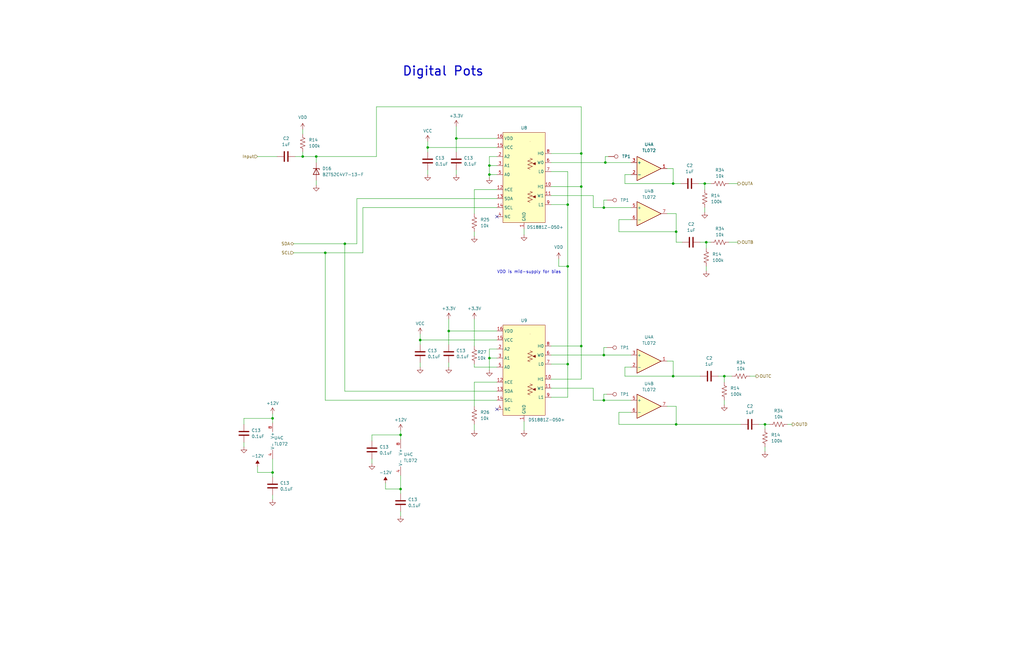
<source format=kicad_sch>
(kicad_sch (version 20230121) (generator eeschema)
  (paper "B")
  (title_block (title "Quadrophonic Joystick Mixer") (date "2024-04-22") (rev "P1"))
  (lib_symbols
    (symbol "Amplifier_Operational:OPA1692xD" (pin_names (offset 0.127))
      (property "Reference" "U" (at 2.54 6.35 0))
      (property "Value" "OPA1692xD" (at 2.54 3.81 0))
      (symbol "OPA1692xD_1_1"
        (polyline (pts (xy 5.08 0) (xy -5.08 5.08) (xy -5.08 -5.08) (xy 5.08 0)) (stroke (width 0.254)) (fill (type background)))
        (pin output line (at 7.62 0 180) (length 2.54) (name "~") (number "1"))
        (pin input line (at -7.62 -2.54 0) (length 2.54) (name "-") (number "2"))
        (pin input line (at -7.62 2.54 0) (length 2.54) (name "+") (number "3"))
      )
      (symbol "OPA1692xD_2_1"
        (polyline (pts (xy 5.08 0) (xy -5.08 5.08) (xy -5.08 -5.08) (xy 5.08 0)) (stroke (width 0.254)) (fill (type background)))
        (pin input line (at -7.62 2.54 0) (length 2.54) (name "+") (number "5"))
        (pin input line (at -7.62 -2.54 0) (length 2.54) (name "-") (number "6"))
        (pin output line (at 7.62 0 180) (length 2.54) (name "~") (number "7"))
      )
      (symbol "OPA1692xD_3_1"
        (pin power_in line (at 0 -7.62 90) (length 3.81) (name "V-") (number "4"))
        (pin power_in line (at 0 7.62 270) (length 3.81) (name "V+") (number "8"))
      )
    )
    (symbol "Connector:TestPoint" (pin_numbers hide) (pin_names (offset 0.762) hide)
      (property "Reference" "TP" (at 0 6.858 0))
      (property "Value" "TestPoint" (at 0 5.08 0))
      (symbol "TestPoint_0_1"
        (circle (center 0 3.302) (radius 0.762))
      )
      (symbol "TestPoint_1_1"
        (pin passive line (at 0 0 90) (length 2.54) (name "1") (number "1"))
      )
    )
    (symbol "Device:C" (pin_numbers hide) (pin_names (offset 0.254))
      (property "Reference" "C" (at 0.635 2.54 0))
      (property "Value" "C" (at 0.635 -2.54 0))
      (symbol "C_0_1"
        (polyline (pts (xy -2.032 -0.762) (xy 2.032 -0.762)) (stroke (width 0.508)))
        (polyline (pts (xy -2.032 0.762) (xy 2.032 0.762)) (stroke (width 0.508)))
      )
      (symbol "C_1_1"
        (pin passive line (at 0 3.81 270) (length 2.794) (name "~") (number "1"))
        (pin passive line (at 0 -3.81 90) (length 2.794) (name "~") (number "2"))
      )
    )
    (symbol "Device:D_Zener" (pin_numbers hide) (pin_names (offset 1.016) hide)
      (property "Reference" "D" (at 0 2.54 0))
      (property "Value" "D_Zener" (at 0 -2.54 0))
      (symbol "D_Zener_0_1"
        (polyline (pts (xy 1.27 0) (xy -1.27 0)))
        (polyline (pts (xy -1.27 -1.27) (xy -1.27 1.27) (xy -0.762 1.27)) (stroke (width 0.254)))
        (polyline (pts (xy 1.27 -1.27) (xy 1.27 1.27) (xy -1.27 0) (xy 1.27 -1.27)) (stroke (width 0.254)))
      )
      (symbol "D_Zener_1_1"
        (pin passive line (at -3.81 0 0) (length 2.54) (name "K") (number "1"))
        (pin passive line (at 3.81 0 180) (length 2.54) (name "A") (number "2"))
      )
    )
    (symbol "Device:R_US" (pin_numbers hide) (pin_names (offset 0))
      (property "Reference" "R" (at 2.54 0 90))
      (property "Value" "R_US" (at -2.54 0 90))
      (symbol "R_US_0_1"
        (polyline (pts (xy 0 -2.286) (xy 0 -2.54)))
        (polyline (pts (xy 0 2.286) (xy 0 2.54)))
        (polyline (pts (xy 0 -0.762) (xy 1.016 -1.143) (xy 0 -1.524) (xy -1.016 -1.905) (xy 0 -2.286)))
        (polyline (pts (xy 0 0.762) (xy 1.016 0.381) (xy 0 0) (xy -1.016 -0.381) (xy 0 -0.762)))
        (polyline (pts (xy 0 2.286) (xy 1.016 1.905) (xy 0 1.524) (xy -1.016 1.143) (xy 0 0.762)))
      )
      (symbol "R_US_1_1"
        (pin passive line (at 0 3.81 270) (length 1.27) (name "~") (number "1"))
        (pin passive line (at 0 -3.81 90) (length 1.27) (name "~") (number "2"))
      )
    )
    (symbol "Eyewool ICs:DS1881Z-050+"
      (property "Reference" "U" (at 0 11.43 0))
      (symbol "DS1881Z-050+_0_1"
        (polyline (pts (xy 3.683 -13.208) (xy 4.826 -12.7) (xy 4.826 -13.716) (xy 3.683 -13.208)) (fill (type outline)))
        (polyline (pts (xy 3.683 0.762) (xy 4.826 1.27) (xy 4.826 0.254) (xy 3.683 0.762)) (fill (type outline)))
        (polyline (pts (xy 2.54 -13.97) (xy 3.556 -14.351) (xy 2.54 -14.732) (xy 1.524 -15.113) (xy 2.54 -15.494)))
        (polyline (pts (xy 2.54 -12.446) (xy 3.556 -12.827) (xy 2.54 -13.208) (xy 1.524 -13.589) (xy 2.54 -13.97)))
        (polyline (pts (xy 2.54 -10.922) (xy 3.556 -11.303) (xy 2.54 -11.684) (xy 1.524 -12.065) (xy 2.54 -12.446)))
        (polyline (pts (xy 2.54 0) (xy 3.556 -0.381) (xy 2.54 -0.762) (xy 1.524 -1.143) (xy 2.54 -1.524)))
        (polyline (pts (xy 2.54 1.524) (xy 3.556 1.143) (xy 2.54 0.762) (xy 1.524 0.381) (xy 2.54 0)))
        (polyline (pts (xy 2.54 3.048) (xy 3.556 2.667) (xy 2.54 2.286) (xy 1.524 1.905) (xy 2.54 1.524)))
        (rectangle (start 2.54 10.16) (end 2.54 10.16))
      )
      (symbol "DS1881Z-050+_1_1"
        (rectangle (start -8.89 13.97) (end 8.89 -24.13) (fill (type background)))
        (pin power_in line (at 0 -26.67 90) (length 2.54) (name "GND") (number "1"))
        (pin bidirectional line (at 11.43 -8.89 180) (length 2.54) (name "H1") (number "10"))
        (pin bidirectional line (at 11.43 -12.7 180) (length 2.54) (name "W1") (number "11"))
        (pin input line (at -11.43 -10.16 0) (length 2.54) (name "nCE") (number "12"))
        (pin bidirectional line (at -11.43 -13.97 0) (length 2.54) (name "SDA") (number "13"))
        (pin input line (at -11.43 -17.78 0) (length 2.54) (name "SCL") (number "14"))
        (pin power_in line (at -11.43 7.62 0) (length 2.54) (name "VCC") (number "15"))
        (pin power_in line (at -11.43 11.43 0) (length 2.54) (name "VDD") (number "16"))
        (pin input line (at -11.43 3.81 0) (length 2.54) (name "A2") (number "2"))
        (pin input line (at -11.43 0 0) (length 2.54) (name "A1") (number "3"))
        (pin input line (at -11.43 -21.59 0) (length 2.54) (name "NC") (number "4"))
        (pin input line (at -11.43 -3.81 0) (length 2.54) (name "A0") (number "5"))
        (pin bidirectional line (at 11.43 1.27 180) (length 2.54) (name "W0") (number "6"))
        (pin bidirectional line (at 11.43 -2.54 180) (length 2.54) (name "L0") (number "7"))
        (pin bidirectional line (at 11.43 5.08 180) (length 2.54) (name "H0") (number "8"))
        (pin bidirectional line (at 11.43 -16.51 180) (length 2.54) (name "L1") (number "9"))
      )
    )
    (symbol "power:+12V" (power) (pin_names (offset 0))
      (property "Value" "+12V" (at 0 3.556 0))
      (symbol "+12V_0_1"
        (polyline (pts (xy -0.762 1.27) (xy 0 2.54)))
        (polyline (pts (xy 0 0) (xy 0 2.54)))
        (polyline (pts (xy 0 2.54) (xy 0.762 1.27)))
      )
      (symbol "+12V_1_1"
        (pin power_in line (at 0 0 90) (length 0) hide (name "+12V") (number "1"))
      )
    )
    (symbol "power:+3.3V" (power) (pin_names (offset 0))
      (property "Value" "+3.3V" (at 0 3.556 0))
      (symbol "+3.3V_0_1"
        (polyline (pts (xy -0.762 1.27) (xy 0 2.54)))
        (polyline (pts (xy 0 0) (xy 0 2.54)))
        (polyline (pts (xy 0 2.54) (xy 0.762 1.27)))
      )
      (symbol "+3.3V_1_1"
        (pin power_in line (at 0 0 90) (length 0) hide (name "+3.3V") (number "1"))
      )
    )
    (symbol "power:-12V" (power) (pin_names (offset 0))
      (property "Value" "-12V" (at 0 3.81 0))
      (symbol "-12V_0_0"
        (pin power_in line (at 0 0 90) (length 0) hide (name "-12V") (number "1"))
      )
      (symbol "-12V_0_1"
        (polyline (pts (xy 0 0) (xy 0 1.27) (xy 0.762 1.27) (xy 0 2.54) (xy -0.762 1.27) (xy 0 1.27)) (fill (type outline)))
      )
    )
    (symbol "power:GND" (power) (pin_names (offset 0))
      (property "Value" "GND" (at 0 -3.81 0))
      (symbol "GND_0_1"
        (polyline (pts (xy 0 0) (xy 0 -1.27) (xy 1.27 -1.27) (xy 0 -2.54) (xy -1.27 -1.27) (xy 0 -1.27)))
      )
      (symbol "GND_1_1"
        (pin power_in line (at 0 0 270) (length 0) hide (name "GND") (number "1"))
      )
    )
    (symbol "power:VCC" (power) (pin_names (offset 0))
      (property "Value" "VCC" (at 0 3.81 0))
      (symbol "VCC_0_1"
        (polyline (pts (xy -0.762 1.27) (xy 0 2.54)))
        (polyline (pts (xy 0 0) (xy 0 2.54)))
        (polyline (pts (xy 0 2.54) (xy 0.762 1.27)))
      )
      (symbol "VCC_1_1"
        (pin power_in line (at 0 0 90) (length 0) hide (name "VCC") (number "1"))
      )
    )
    (symbol "power:VDD" (power) (pin_names (offset 0))
      (property "Value" "VDD" (at 0 3.81 0))
      (symbol "VDD_0_1"
        (polyline (pts (xy -0.762 1.27) (xy 0 2.54)))
        (polyline (pts (xy 0 0) (xy 0 2.54)))
        (polyline (pts (xy 0 2.54) (xy 0.762 1.27)))
      )
      (symbol "VDD_1_1"
        (pin power_in line (at 0 0 90) (length 0) hide (name "VDD") (number "1"))
      )
    )
  )
  (junction (at 206.375 151.13))
  (junction (at 255.27 68.58))
  (junction (at 137.16 106.68))
  (junction (at 297.18 77.47))
  (junction (at 145.415 102.87))
  (junction (at 114.935 176.53))
  (junction (at 239.395 86.36))
  (junction (at 245.11 64.77))
  (junction (at 177.165 143.51))
  (junction (at 206.375 69.85))
  (junction (at 283.845 158.75))
  (junction (at 206.375 73.66))
  (junction (at 239.395 112.395))
  (junction (at 189.23 139.7))
  (junction (at 254.635 87.63))
  (junction (at 285.115 179.07))
  (junction (at 305.435 158.75))
  (junction (at 254.635 149.86))
  (junction (at 245.11 146.05))
  (junction (at 254.635 168.91))
  (junction (at 285.115 97.79))
  (junction (at 133.35 66.04))
  (junction (at 322.58 179.07))
  (junction (at 283.845 77.47))
  (junction (at 168.91 183.515))
  (junction (at 192.405 58.42))
  (junction (at 114.935 199.39))
  (junction (at 127.635 66.04))
  (junction (at 180.34 62.23))
  (junction (at 245.11 78.74))
  (junction (at 297.815 102.235))
  (junction (at 168.91 206.375))
  (junction (at 239.395 153.67))
  (no_connect (at 209.55 172.72))
  (no_connect (at 209.55 91.44))
  (wire (pts (xy 209.55 147.32) (xy 206.375 147.32)))
  (wire (pts (xy 123.825 106.68) (xy 137.16 106.68)))
  (wire (pts (xy 209.55 62.23) (xy 180.34 62.23)))
  (wire (pts (xy 200.025 161.29) (xy 200.025 171.45)))
  (wire (pts (xy 108.585 66.04) (xy 116.84 66.04)))
  (wire (pts (xy 177.165 153.035) (xy 177.165 154.94)))
  (wire (pts (xy 127.635 54.61) (xy 127.635 56.515)))
  (wire (pts (xy 285.115 90.17) (xy 281.305 90.17)))
  (wire (pts (xy 206.375 66.04) (xy 206.375 69.85)))
  (wire (pts (xy 232.41 78.74) (xy 245.11 78.74)))
  (wire (pts (xy 235.585 109.22) (xy 235.585 112.395)))
  (wire (pts (xy 255.27 68.58) (xy 266.065 68.58)))
  (wire (pts (xy 200.025 80.01) (xy 200.025 90.17)))
  (wire (pts (xy 127.635 66.04) (xy 124.46 66.04)))
  (wire (pts (xy 108.585 199.39) (xy 108.585 196.85)))
  (wire (pts (xy 297.18 87.63) (xy 297.18 89.535)))
  (wire (pts (xy 145.415 165.1) (xy 209.55 165.1)))
  (wire (pts (xy 266.065 173.99) (xy 260.985 173.99)))
  (wire (pts (xy 239.395 72.39) (xy 239.395 86.36)))
  (wire (pts (xy 255.27 66.04) (xy 255.27 68.58)))
  (wire (pts (xy 283.845 158.75) (xy 295.275 158.75)))
  (wire (pts (xy 189.23 139.7) (xy 209.55 139.7)))
  (wire (pts (xy 245.11 45.085) (xy 245.11 64.77)))
  (wire (pts (xy 206.375 69.85) (xy 206.375 73.66)))
  (wire (pts (xy 255.905 84.455) (xy 254.635 84.455)))
  (wire (pts (xy 133.35 66.04) (xy 133.35 68.58)))
  (wire (pts (xy 285.115 179.07) (xy 312.42 179.07)))
  (wire (pts (xy 307.34 102.235) (xy 311.15 102.235)))
  (wire (pts (xy 295.275 102.235) (xy 297.815 102.235)))
  (wire (pts (xy 189.23 139.7) (xy 189.23 134.62)))
  (wire (pts (xy 255.905 166.37) (xy 254.635 166.37)))
  (wire (pts (xy 297.815 102.235) (xy 297.815 104.775)))
  (wire (pts (xy 123.825 102.87) (xy 145.415 102.87)))
  (wire (pts (xy 200.025 134.62) (xy 200.025 146.05)))
  (wire (pts (xy 192.405 58.42) (xy 192.405 53.34)))
  (wire (pts (xy 114.935 174.625) (xy 114.935 176.53)))
  (wire (pts (xy 232.41 163.83) (xy 250.19 163.83)))
  (wire (pts (xy 263.525 158.75) (xy 283.845 158.75)))
  (wire (pts (xy 263.525 154.94) (xy 263.525 158.75)))
  (wire (pts (xy 127.635 66.04) (xy 133.35 66.04)))
  (wire (pts (xy 239.395 153.67) (xy 239.395 167.64)))
  (wire (pts (xy 283.845 158.75) (xy 283.845 152.4)))
  (wire (pts (xy 266.065 92.71) (xy 260.985 92.71)))
  (wire (pts (xy 177.165 143.51) (xy 177.165 145.415)))
  (wire (pts (xy 127.635 64.135) (xy 127.635 66.04)))
  (wire (pts (xy 209.55 69.85) (xy 206.375 69.85)))
  (wire (pts (xy 189.23 139.7) (xy 189.23 145.415)))
  (wire (pts (xy 232.41 64.77) (xy 245.11 64.77)))
  (wire (pts (xy 158.75 66.04) (xy 158.75 45.085)))
  (wire (pts (xy 283.845 77.47) (xy 287.02 77.47)))
  (wire (pts (xy 322.58 179.07) (xy 324.485 179.07)))
  (wire (pts (xy 305.435 168.91) (xy 305.435 170.815)))
  (wire (pts (xy 232.41 160.02) (xy 245.11 160.02)))
  (wire (pts (xy 150.495 83.82) (xy 209.55 83.82)))
  (wire (pts (xy 177.165 143.51) (xy 209.55 143.51)))
  (wire (pts (xy 168.91 200.66) (xy 168.91 206.375)))
  (wire (pts (xy 192.405 58.42) (xy 192.405 64.135)))
  (wire (pts (xy 220.98 177.8) (xy 220.98 181.61)))
  (wire (pts (xy 305.435 158.75) (xy 305.435 161.29)))
  (wire (pts (xy 232.41 82.55) (xy 250.19 82.55)))
  (wire (pts (xy 162.56 206.375) (xy 162.56 203.835)))
  (wire (pts (xy 200.025 179.07) (xy 200.025 181.61)))
  (wire (pts (xy 168.91 215.9) (xy 168.91 217.805)))
  (wire (pts (xy 232.41 86.36) (xy 239.395 86.36)))
  (wire (pts (xy 232.41 167.64) (xy 239.395 167.64)))
  (wire (pts (xy 250.19 163.83) (xy 250.19 168.91)))
  (wire (pts (xy 250.19 87.63) (xy 254.635 87.63)))
  (wire (pts (xy 254.635 166.37) (xy 254.635 168.91)))
  (wire (pts (xy 168.91 206.375) (xy 162.56 206.375)))
  (wire (pts (xy 235.585 112.395) (xy 239.395 112.395)))
  (wire (pts (xy 156.845 186.055) (xy 156.845 183.515)))
  (wire (pts (xy 168.91 183.515) (xy 168.91 185.42)))
  (wire (pts (xy 254.635 146.685) (xy 254.635 149.86)))
  (wire (pts (xy 245.11 146.05) (xy 245.11 160.02)))
  (wire (pts (xy 297.18 77.47) (xy 299.72 77.47)))
  (wire (pts (xy 180.34 71.755) (xy 180.34 73.66)))
  (wire (pts (xy 263.525 77.47) (xy 283.845 77.47)))
  (wire (pts (xy 245.11 64.77) (xy 245.11 78.74)))
  (wire (pts (xy 297.815 102.235) (xy 299.72 102.235)))
  (wire (pts (xy 285.115 179.07) (xy 285.115 171.45)))
  (wire (pts (xy 294.64 77.47) (xy 297.18 77.47)))
  (wire (pts (xy 250.19 82.55) (xy 250.19 87.63)))
  (wire (pts (xy 283.845 152.4) (xy 281.305 152.4)))
  (wire (pts (xy 192.405 71.755) (xy 192.405 73.66)))
  (wire (pts (xy 209.55 80.01) (xy 200.025 80.01)))
  (wire (pts (xy 200.025 154.94) (xy 209.55 154.94)))
  (wire (pts (xy 189.23 153.035) (xy 189.23 154.94)))
  (wire (pts (xy 102.87 176.53) (xy 114.935 176.53)))
  (wire (pts (xy 137.16 106.68) (xy 153.035 106.68)))
  (wire (pts (xy 245.11 78.74) (xy 245.11 146.05)))
  (wire (pts (xy 114.935 176.53) (xy 114.935 178.435)))
  (wire (pts (xy 145.415 102.87) (xy 150.495 102.87)))
  (wire (pts (xy 114.935 193.675) (xy 114.935 199.39)))
  (wire (pts (xy 200.025 153.67) (xy 200.025 154.94)))
  (wire (pts (xy 209.55 161.29) (xy 200.025 161.29)))
  (wire (pts (xy 320.04 179.07) (xy 322.58 179.07)))
  (wire (pts (xy 285.115 102.235) (xy 285.115 97.79)))
  (wire (pts (xy 287.655 102.235) (xy 285.115 102.235)))
  (wire (pts (xy 209.55 66.04) (xy 206.375 66.04)))
  (wire (pts (xy 254.635 149.86) (xy 266.065 149.86)))
  (wire (pts (xy 133.35 76.2) (xy 133.35 78.105)))
  (wire (pts (xy 239.395 86.36) (xy 239.395 112.395)))
  (wire (pts (xy 322.58 179.07) (xy 322.58 180.975)))
  (wire (pts (xy 232.41 146.05) (xy 245.11 146.05)))
  (wire (pts (xy 153.035 106.68) (xy 153.035 87.63)))
  (wire (pts (xy 168.91 181.61) (xy 168.91 183.515)))
  (wire (pts (xy 206.375 147.32) (xy 206.375 151.13)))
  (wire (pts (xy 209.55 58.42) (xy 192.405 58.42)))
  (wire (pts (xy 209.55 151.13) (xy 206.375 151.13)))
  (wire (pts (xy 297.815 112.395) (xy 297.815 114.3)))
  (wire (pts (xy 114.935 199.39) (xy 108.585 199.39)))
  (wire (pts (xy 232.41 149.86) (xy 254.635 149.86)))
  (wire (pts (xy 209.55 73.66) (xy 206.375 73.66)))
  (wire (pts (xy 220.98 96.52) (xy 220.98 99.06)))
  (wire (pts (xy 232.41 68.58) (xy 255.27 68.58)))
  (wire (pts (xy 332.105 179.07) (xy 334.01 179.07)))
  (wire (pts (xy 156.845 183.515) (xy 168.91 183.515)))
  (wire (pts (xy 285.115 97.79) (xy 285.115 90.17)))
  (wire (pts (xy 285.115 171.45) (xy 281.305 171.45)))
  (wire (pts (xy 256.54 66.04) (xy 255.27 66.04)))
  (wire (pts (xy 316.23 158.75) (xy 318.77 158.75)))
  (wire (pts (xy 250.19 168.91) (xy 254.635 168.91)))
  (wire (pts (xy 260.985 179.07) (xy 285.115 179.07)))
  (wire (pts (xy 180.34 62.23) (xy 180.34 59.69)))
  (wire (pts (xy 260.985 92.71) (xy 260.985 97.79)))
  (wire (pts (xy 283.845 77.47) (xy 283.845 71.12)))
  (wire (pts (xy 254.635 87.63) (xy 266.065 87.63)))
  (wire (pts (xy 232.41 153.67) (xy 239.395 153.67)))
  (wire (pts (xy 156.845 193.675) (xy 156.845 195.58)))
  (wire (pts (xy 263.525 73.66) (xy 266.065 73.66)))
  (wire (pts (xy 260.985 173.99) (xy 260.985 179.07)))
  (wire (pts (xy 283.845 71.12) (xy 281.305 71.12)))
  (wire (pts (xy 206.375 73.66) (xy 206.375 74.93)))
  (wire (pts (xy 180.34 62.23) (xy 180.34 64.135)))
  (wire (pts (xy 177.165 143.51) (xy 177.165 140.97)))
  (wire (pts (xy 255.905 146.685) (xy 254.635 146.685)))
  (wire (pts (xy 263.525 154.94) (xy 266.065 154.94)))
  (wire (pts (xy 168.91 206.375) (xy 168.91 208.28)))
  (wire (pts (xy 263.525 73.66) (xy 263.525 77.47)))
  (wire (pts (xy 114.935 208.915) (xy 114.935 210.82)))
  (wire (pts (xy 239.395 112.395) (xy 239.395 153.67)))
  (wire (pts (xy 158.75 45.085) (xy 245.11 45.085)))
  (wire (pts (xy 133.35 66.04) (xy 158.75 66.04)))
  (wire (pts (xy 254.635 168.91) (xy 266.065 168.91)))
  (wire (pts (xy 302.895 158.75) (xy 305.435 158.75)))
  (wire (pts (xy 206.375 151.13) (xy 206.375 156.21)))
  (wire (pts (xy 260.985 97.79) (xy 285.115 97.79)))
  (wire (pts (xy 200.025 97.79) (xy 200.025 99.695)))
  (wire (pts (xy 153.035 87.63) (xy 209.55 87.63)))
  (wire (pts (xy 137.16 168.91) (xy 209.55 168.91)))
  (wire (pts (xy 297.18 77.47) (xy 297.18 80.01)))
  (wire (pts (xy 322.58 188.595) (xy 322.58 190.5)))
  (wire (pts (xy 114.935 199.39) (xy 114.935 201.295)))
  (wire (pts (xy 102.87 179.07) (xy 102.87 176.53)))
  (wire (pts (xy 305.435 158.75) (xy 308.61 158.75)))
  (wire (pts (xy 102.87 186.69) (xy 102.87 188.595)))
  (wire (pts (xy 307.34 77.47) (xy 311.15 77.47)))
  (wire (pts (xy 254.635 84.455) (xy 254.635 87.63)))
  (wire (pts (xy 137.16 168.91) (xy 137.16 106.68)))
  (wire (pts (xy 150.495 102.87) (xy 150.495 83.82)))
  (wire (pts (xy 145.415 165.1) (xy 145.415 102.87)))
  (wire (pts (xy 232.41 72.39) (xy 239.395 72.39)))
  (text "VDD is mid-supply for bias" (at 209.55 115.57 0) (effects (font (size 1.27 1.27)) (justify left bottom)))
  (text "Digital Pots" (at 169.545 32.385 0) (effects (font (size 3.81 3.81) (thickness 0.508) bold) (justify left bottom)))
  (hierarchical_label "OUTC" (shape output) (at 318.77 158.75 0))
  (hierarchical_label "SDA" (shape bidirectional) (at 123.825 102.87 180))
  (hierarchical_label "OUTA" (shape output) (at 311.15 77.47 0))
  (hierarchical_label "OUTD" (shape output) (at 334.01 179.07 0))
  (hierarchical_label "SCL" (shape input) (at 123.825 106.68 180))
  (hierarchical_label "Input" (shape input) (at 108.585 66.04 180))
  (hierarchical_label "OUTB" (shape output) (at 311.15 102.235 0))
  (symbol (lib_id "Eyewool ICs:DS1881Z-050+") (at 220.98 69.85 0) (unit 1)
    (property "Reference" "U8" (at 220.98 53.975 0))
    (property "Value" "DS1881Z-050+" (at 229.87 95.885 0))
    (property "Footprint" "Package_SO:SOIC-16_3.9x9.9mm_P1.27mm" (effects hide))
    (property "Datasheet" "https://www.analog.com/media/en/technical-documentation/data-sheets/ds1881.pdf" (effects hide))
    (property "DK PN" "DS1881Z-050+-ND" (effects hide))
    (property "MPN" "DS1881Z-050+" (effects hide))
    (property "Source" "DK" (effects hide))
    (instances (project "Quad Joystick Mixer" (path "" (reference "U8") (unit 1)) (path "" (reference "U13") (unit 1))))
  )
  (symbol (lib_id "Device:C") (at 102.87 182.88 0) (unit 1)
    (property "Reference" "C13" (at 106.045 181.61 0) (effects (justify left)))
    (property "Value" "0.1uF" (at 106.045 184.15 0) (effects (justify left)))
    (property "Footprint" "Capacitor_SMD:C_0805_2012Metric_Pad1.18x1.45mm_HandSolder" (effects hide))
    (property "DK PN" "1276-1003-1-ND" (effects hide))
    (property "MPN" "CL21B104KBCNNNC" (effects hide))
    (property "Source" "DK" (effects hide))
    (instances (project "Quad Joystick Mixer" (path "" (reference "C13") (unit 1)) (path "" (reference "C11") (unit 1)) (path "" (reference "C31") (unit 1)) (path "" (reference "C8") (unit 1)) (path "" (reference "C67") (unit 1))))
  )
  (symbol (lib_id "power:GND") (at 200.025 99.695 0) (unit 1)
    (property "Reference" "#PWR047" (effects hide))
    (property "Value" "GND" (effects hide))
    (instances (project "Quad Joystick Mixer" (path "" (reference "#PWR047") (unit 1)) (path "" (reference "#PWR0107") (unit 1)) (path "" (reference "#PWR0111") (unit 1))))
  )
  (symbol (lib_id "Device:C") (at 192.405 67.945 0) (unit 1)
    (property "Reference" "C13" (at 195.58 66.675 0) (effects (justify left)))
    (property "Value" "0.1uF" (at 195.58 69.215 0) (effects (justify left)))
    (property "Footprint" "Capacitor_SMD:C_0805_2012Metric_Pad1.18x1.45mm_HandSolder" (effects hide))
    (property "DK PN" "1276-1003-1-ND" (effects hide))
    (property "MPN" "CL21B104KBCNNNC" (effects hide))
    (property "Source" "DK" (effects hide))
    (instances (project "Quad Joystick Mixer" (path "" (reference "C13") (unit 1)) (path "" (reference "C11") (unit 1)) (path "" (reference "C30") (unit 1)) (path "" (reference "C38") (unit 1)) (path "" (reference "C57") (unit 1))))
  )
  (symbol (lib_id "Connector:TestPoint") (at 255.905 146.685 270) (unit 1)
    (property "Reference" "TP1" (at 261.62 146.685 90) (effects (justify left)))
    (property "Value" "TestPoint" (effects hide))
    (property "Footprint" "TestPoint:TestPoint_THTPad_D1.5mm_Drill0.7mm" (effects hide))
    (property "Source" "NA" (effects hide))
    (instances (project "Quad Joystick Mixer" (path "" (reference "TP1") (unit 1)) (path "" (reference "TP12") (unit 1)) (path "" (reference "TP13") (unit 1))))
  )
  (symbol (lib_id "Amplifier_Operational:OPA1692xD") (at 273.685 90.17 0) (unit 2)
    (property "Reference" "U4" (at 273.685 80.645 0))
    (property "Value" "TL072" (at 273.685 83.185 0))
    (property "Footprint" "Package_SO:SOIC-8_3.9x4.9mm_P1.27mm" (effects hide))
    (property "Datasheet" "https://www.ti.com/lit/ds/symlink/opa1692.pdf" (effects hide))
    (property "Source" "DK" (effects hide))
    (property "DK PN" "296-TL072HIDRCT-ND" (effects hide))
    (property "MPN" "TL072HIDR" (effects hide))
    (instances (project "Quad Joystick Mixer" (path "" (reference "U4") (unit 2)) (path "" (reference "U6") (unit 2)) (path "" (reference "U14") (unit 2))))
  )
  (symbol (lib_id "power:+12V") (at 168.91 181.61 0) (unit 1)
    (property "Reference" "#PWR040" (effects hide))
    (property "Value" "+12V" (at 168.91 177.165 0))
    (instances (project "Quad Joystick Mixer" (path "" (reference "#PWR040") (unit 1)) (path "" (reference "#PWR015") (unit 1)) (path "" (reference "#PWR044") (unit 1)) (path "" (reference "#PWR076") (unit 1)) (path "" (reference "#PWR0129") (unit 1))))
  )
  (symbol (lib_id "Device:C") (at 177.165 149.225 0) (unit 1)
    (property "Reference" "C13" (at 180.34 147.955 0) (effects (justify left)))
    (property "Value" "0.1uF" (at 180.34 150.495 0) (effects (justify left)))
    (property "Footprint" "Capacitor_SMD:C_0805_2012Metric_Pad1.18x1.45mm_HandSolder" (effects hide))
    (property "DK PN" "1276-1003-1-ND" (effects hide))
    (property "MPN" "CL21B104KBCNNNC" (effects hide))
    (property "Source" "DK" (effects hide))
    (instances (project "Quad Joystick Mixer" (path "" (reference "C13") (unit 1)) (path "" (reference "C11") (unit 1)) (path "" (reference "C30") (unit 1)) (path "" (reference "C39") (unit 1)) (path "" (reference "C62") (unit 1))))
  )
  (symbol (lib_id "power:VCC") (at 177.165 140.97 0) (unit 1)
    (property "Reference" "#PWR070" (effects hide))
    (property "Value" "VCC" (at 177.165 136.525 0))
    (instances (project "Quad Joystick Mixer" (path "" (reference "#PWR070") (unit 1)) (path "" (reference "#PWR0120") (unit 1))))
  )
  (symbol (lib_id "Device:C") (at 299.085 158.75 90) (unit 1)
    (property "Reference" "C2" (at 299.085 151.13 90))
    (property "Value" "1uF" (at 299.085 153.67 90))
    (property "Footprint" "Capacitor_SMD:C_0805_2012Metric_Pad1.18x1.45mm_HandSolder" (effects hide))
    (property "V" "50V" (effects hide))
    (property "DK PN" "1276-1029-1-ND" (effects hide))
    (property "MPN" "CL21B105KBFNNNE" (effects hide))
    (property "Source" "DK" (effects hide))
    (instances (project "Quad Joystick Mixer" (path "" (reference "C2") (unit 1)) (path "" (reference "C15") (unit 1)) (path "" (reference "C24") (unit 1)) (path "" (reference "C47") (unit 1)) (path "" (reference "C65") (unit 1))))
  )
  (symbol (lib_id "Device:R_US") (at 312.42 158.75 270) (unit 1)
    (property "Reference" "R34" (at 312.42 153.035 90))
    (property "Value" "10k" (at 312.42 155.575 90))
    (property "Footprint" "Resistor_SMD:R_0805_2012Metric_Pad1.20x1.40mm_HandSolder" (effects hide))
    (property "Source" "DK" (effects hide))
    (property "DK PN" "RMCF0805JT10K0CT-ND" (effects hide))
    (property "MPN" "RMCF0805JT10K0" (effects hide))
    (instances (project "Quad Joystick Mixer" (path "" (reference "R34") (unit 1)) (path "" (reference "R46") (unit 1)) (path "" (reference "R57") (unit 1))))
  )
  (symbol (lib_id "Device:C") (at 168.91 212.09 0) (unit 1)
    (property "Reference" "C13" (at 172.085 210.82 0) (effects (justify left)))
    (property "Value" "0.1uF" (at 172.085 213.36 0) (effects (justify left)))
    (property "Footprint" "Capacitor_SMD:C_0805_2012Metric_Pad1.18x1.45mm_HandSolder" (effects hide))
    (property "DK PN" "1276-1003-1-ND" (effects hide))
    (property "MPN" "CL21B104KBCNNNC" (effects hide))
    (property "Source" "DK" (effects hide))
    (instances (project "Quad Joystick Mixer" (path "" (reference "C13") (unit 1)) (path "" (reference "C11") (unit 1)) (path "" (reference "C30") (unit 1)) (path "" (reference "C42") (unit 1)) (path "" (reference "C70") (unit 1))))
  )
  (symbol (lib_id "Device:C") (at 180.34 67.945 0) (unit 1)
    (property "Reference" "C13" (at 183.515 66.675 0) (effects (justify left)))
    (property "Value" "0.1uF" (at 183.515 69.215 0) (effects (justify left)))
    (property "Footprint" "Capacitor_SMD:C_0805_2012Metric_Pad1.18x1.45mm_HandSolder" (effects hide))
    (property "DK PN" "1276-1003-1-ND" (effects hide))
    (property "MPN" "CL21B104KBCNNNC" (effects hide))
    (property "Source" "DK" (effects hide))
    (instances (project "Quad Joystick Mixer" (path "" (reference "C13") (unit 1)) (path "" (reference "C11") (unit 1)) (path "" (reference "C30") (unit 1)) (path "" (reference "C35") (unit 1)) (path "" (reference "C56") (unit 1))))
  )
  (symbol (lib_id "Connector:TestPoint") (at 256.54 66.04 270) (unit 1)
    (property "Reference" "TP1" (at 262.255 66.04 90) (effects (justify left)))
    (property "Value" "TestPoint" (effects hide))
    (property "Footprint" "TestPoint:TestPoint_THTPad_D1.5mm_Drill0.7mm" (effects hide))
    (property "Source" "NA" (effects hide))
    (instances (project "Quad Joystick Mixer" (path "" (reference "TP1") (unit 1)) (path "" (reference "TP8") (unit 1)) (path "" (reference "TP9") (unit 1))))
  )
  (symbol (lib_id "power:GND") (at 220.98 99.06 0) (unit 1)
    (property "Reference" "#PWR047" (effects hide))
    (property "Value" "GND" (effects hide))
    (instances (project "Quad Joystick Mixer" (path "" (reference "#PWR047") (unit 1)) (path "" (reference "#PWR058") (unit 1)) (path "" (reference "#PWR0110") (unit 1))))
  )
  (symbol (lib_id "power:+12V") (at 114.935 174.625 0) (unit 1)
    (property "Reference" "#PWR040" (effects hide))
    (property "Value" "+12V" (at 114.935 170.18 0))
    (instances (project "Quad Joystick Mixer" (path "" (reference "#PWR040") (unit 1)) (path "" (reference "#PWR015") (unit 1)) (path "" (reference "#PWR044") (unit 1)) (path "" (reference "#PWR029") (unit 1)) (path "" (reference "#PWR0127") (unit 1))))
  )
  (symbol (lib_id "power:GND") (at 180.34 73.66 0) (unit 1)
    (property "Reference" "#PWR047" (effects hide))
    (property "Value" "GND" (effects hide))
    (instances (project "Quad Joystick Mixer" (path "" (reference "#PWR047") (unit 1)) (path "" (reference "#PWR060") (unit 1)) (path "" (reference "#PWR0105") (unit 1))))
  )
  (symbol (lib_id "Device:R_US") (at 305.435 165.1 0) (unit 1)
    (property "Reference" "R14" (at 307.975 163.83 0) (effects (justify left)))
    (property "Value" "100k" (at 307.975 166.37 0) (effects (justify left)))
    (property "Footprint" "Resistor_SMD:R_0805_2012Metric_Pad1.20x1.40mm_HandSolder" (effects hide))
    (property "Source" "DK" (effects hide))
    (property "DK PN" "RMCF0805FT100KCT-ND" (effects hide))
    (property "MPN" "RMCF0805FT100K" (effects hide))
    (instances (project "Quad Joystick Mixer" (path "" (reference "R14") (unit 1)) (path "" (reference "R30") (unit 1)) (path "" (reference "R58") (unit 1))))
  )
  (symbol (lib_id "power:+3.3V") (at 192.405 53.34 0) (unit 1)
    (property "Reference" "#PWR065" (effects hide))
    (property "Value" "+3.3V" (at 192.405 48.895 0))
    (instances (project "Quad Joystick Mixer" (path "" (reference "#PWR065") (unit 1)) (path "" (reference "#PWR0102") (unit 1))))
  )
  (symbol (lib_id "power:GND") (at 322.58 190.5 0) (unit 1)
    (property "Reference" "#PWR047" (effects hide))
    (property "Value" "GND" (effects hide))
    (instances (project "Quad Joystick Mixer" (path "" (reference "#PWR047") (unit 1)) (path "" (reference "#PWR089") (unit 1)) (path "" (reference "#PWR0132") (unit 1))))
  )
  (symbol (lib_id "power:GND") (at 200.025 181.61 0) (unit 1)
    (property "Reference" "#PWR047" (effects hide))
    (property "Value" "GND" (effects hide))
    (instances (project "Quad Joystick Mixer" (path "" (reference "#PWR047") (unit 1)) (path "" (reference "#PWR055") (unit 1)) (path "" (reference "#PWR072") (unit 1))))
  )
  (symbol (lib_id "Device:R_US") (at 303.53 77.47 270) (unit 1)
    (property "Reference" "R34" (at 303.53 71.755 90))
    (property "Value" "10k" (at 303.53 74.295 90))
    (property "Footprint" "Resistor_SMD:R_0805_2012Metric_Pad1.20x1.40mm_HandSolder" (effects hide))
    (property "Source" "DK" (effects hide))
    (property "DK PN" "RMCF0805JT10K0CT-ND" (effects hide))
    (property "MPN" "RMCF0805JT10K0" (effects hide))
    (instances (project "Quad Joystick Mixer" (path "" (reference "R34") (unit 1)) (path "" (reference "R44") (unit 1)) (path "" (reference "R49") (unit 1))))
  )
  (symbol (lib_id "Device:R_US") (at 200.025 175.26 0) (unit 1)
    (property "Reference" "R26" (at 202.565 173.99 0) (effects (justify left)))
    (property "Value" "10k" (at 202.565 176.53 0) (effects (justify left)))
    (property "Footprint" "Resistor_SMD:R_0805_2012Metric_Pad1.20x1.40mm_HandSolder" (effects hide))
    (property "Source" "DK" (effects hide))
    (property "DK PN" "RMCF0805JT10K0CT-ND" (effects hide))
    (property "MPN" "RMCF0805JT10K0" (effects hide))
    (instances (project "Quad Joystick Mixer" (path "" (reference "R26") (unit 1)) (path "" (reference "R59") (unit 1))))
  )
  (symbol (lib_id "Device:R_US") (at 328.295 179.07 270) (unit 1)
    (property "Reference" "R34" (at 328.295 173.355 90))
    (property "Value" "10k" (at 328.295 175.895 90))
    (property "Footprint" "Resistor_SMD:R_0805_2012Metric_Pad1.20x1.40mm_HandSolder" (effects hide))
    (property "Source" "DK" (effects hide))
    (property "DK PN" "RMCF0805JT10K0CT-ND" (effects hide))
    (property "MPN" "RMCF0805JT10K0" (effects hide))
    (instances (project "Quad Joystick Mixer" (path "" (reference "R34") (unit 1)) (path "" (reference "R47") (unit 1)) (path "" (reference "R60") (unit 1))))
  )
  (symbol (lib_id "Device:R_US") (at 303.53 102.235 270) (unit 1)
    (property "Reference" "R34" (at 303.53 96.52 90))
    (property "Value" "10k" (at 303.53 99.06 90))
    (property "Footprint" "Resistor_SMD:R_0805_2012Metric_Pad1.20x1.40mm_HandSolder" (effects hide))
    (property "Source" "DK" (effects hide))
    (property "DK PN" "RMCF0805JT10K0CT-ND" (effects hide))
    (property "MPN" "RMCF0805JT10K0" (effects hide))
    (instances (project "Quad Joystick Mixer" (path "" (reference "R34") (unit 1)) (path "" (reference "R45") (unit 1)) (path "" (reference "R52") (unit 1))))
  )
  (symbol (lib_id "Device:C") (at 290.83 77.47 90) (unit 1)
    (property "Reference" "C2" (at 290.83 69.85 90))
    (property "Value" "1uF" (at 290.83 72.39 90))
    (property "Footprint" "Capacitor_SMD:C_0805_2012Metric_Pad1.18x1.45mm_HandSolder" (effects hide))
    (property "V" "50V" (effects hide))
    (property "DK PN" "1276-1029-1-ND" (effects hide))
    (property "MPN" "CL21B105KBFNNNE" (effects hide))
    (property "Source" "DK" (effects hide))
    (instances (project "Quad Joystick Mixer" (path "" (reference "C2") (unit 1)) (path "" (reference "C15") (unit 1)) (path "" (reference "C24") (unit 1)) (path "" (reference "C45") (unit 1)) (path "" (reference "C58") (unit 1))))
  )
  (symbol (lib_id "power:GND") (at 156.845 195.58 0) (unit 1)
    (property "Reference" "#PWR046" (effects hide))
    (property "Value" "GND" (effects hide))
    (instances (project "Quad Joystick Mixer" (path "" (reference "#PWR046") (unit 1)) (path "" (reference "#PWR077") (unit 1)) (path "" (reference "#PWR0133") (unit 1))))
  )
  (symbol (lib_id "power:GND") (at 102.87 188.595 0) (unit 1)
    (property "Reference" "#PWR046" (effects hide))
    (property "Value" "GND" (effects hide))
    (instances (project "Quad Joystick Mixer" (path "" (reference "#PWR046") (unit 1)) (path "" (reference "#PWR048") (unit 1)) (path "" (reference "#PWR0131") (unit 1))))
  )
  (symbol (lib_id "Connector:TestPoint") (at 255.905 84.455 270) (unit 1)
    (property "Reference" "TP1" (at 261.62 84.455 90) (effects (justify left)))
    (property "Value" "TestPoint" (effects hide))
    (property "Footprint" "TestPoint:TestPoint_THTPad_D1.5mm_Drill0.7mm" (effects hide))
    (property "Source" "NA" (effects hide))
    (instances (project "Quad Joystick Mixer" (path "" (reference "TP1") (unit 1)) (path "" (reference "TP10") (unit 1)) (path "" (reference "TP11") (unit 1))))
  )
  (symbol (lib_id "Amplifier_Operational:OPA1692xD") (at 168.91 193.04 0) (unit 3)
    (property "Reference" "U4" (at 170.18 191.77 0) (effects (justify left)))
    (property "Value" "TL072" (at 170.18 194.31 0) (effects (justify left)))
    (property "Footprint" "Package_SO:SOIC-8_3.9x4.9mm_P1.27mm" (effects hide))
    (property "Datasheet" "https://www.ti.com/lit/ds/symlink/opa1692.pdf" (effects hide))
    (property "Source" "DK" (effects hide))
    (property "DK PN" "296-TL072HIDRCT-ND" (effects hide))
    (property "MPN" "TL072HIDR" (effects hide))
    (instances (project "Quad Joystick Mixer" (path "" (reference "U4") (unit 3)) (path "" (reference "U10") (unit 3)) (path "" (reference "U16") (unit 3))))
  )
  (symbol (lib_id "Device:R_US") (at 200.025 93.98 0) (unit 1)
    (property "Reference" "R25" (at 202.565 92.71 0) (effects (justify left)))
    (property "Value" "10k" (at 202.565 95.25 0) (effects (justify left)))
    (property "Footprint" "Resistor_SMD:R_0805_2012Metric_Pad1.20x1.40mm_HandSolder" (effects hide))
    (property "Source" "DK" (effects hide))
    (property "DK PN" "RMCF0805JT10K0CT-ND" (effects hide))
    (property "MPN" "RMCF0805JT10K0" (effects hide))
    (instances (project "Quad Joystick Mixer" (path "" (reference "R25") (unit 1)) (path "" (reference "R51") (unit 1))))
  )
  (symbol (lib_id "Device:C") (at 316.23 179.07 90) (unit 1)
    (property "Reference" "C2" (at 316.23 171.45 90))
    (property "Value" "1uF" (at 316.23 173.99 90))
    (property "Footprint" "Capacitor_SMD:C_0805_2012Metric_Pad1.18x1.45mm_HandSolder" (effects hide))
    (property "V" "50V" (effects hide))
    (property "DK PN" "1276-1029-1-ND" (effects hide))
    (property "MPN" "CL21B105KBFNNNE" (effects hide))
    (property "Source" "DK" (effects hide))
    (instances (project "Quad Joystick Mixer" (path "" (reference "C2") (unit 1)) (path "" (reference "C15") (unit 1)) (path "" (reference "C24") (unit 1)) (path "" (reference "C48") (unit 1)) (path "" (reference "C66") (unit 1))))
  )
  (symbol (lib_id "power:GND") (at 133.35 78.105 0) (unit 1)
    (property "Reference" "#PWR047" (effects hide))
    (property "Value" "GND" (effects hide))
    (instances (project "Quad Joystick Mixer" (path "" (reference "#PWR047") (unit 1)) (path "" (reference "#PWR091") (unit 1)) (path "" (reference "#PWR0108") (unit 1))))
  )
  (symbol (lib_id "Device:R_US") (at 297.18 83.82 0) (unit 1)
    (property "Reference" "R14" (at 299.72 82.55 0) (effects (justify left)))
    (property "Value" "100k" (at 299.72 85.09 0) (effects (justify left)))
    (property "Footprint" "Resistor_SMD:R_0805_2012Metric_Pad1.20x1.40mm_HandSolder" (effects hide))
    (property "Source" "DK" (effects hide))
    (property "DK PN" "RMCF0805FT100KCT-ND" (effects hide))
    (property "MPN" "RMCF0805FT100K" (effects hide))
    (instances (project "Quad Joystick Mixer" (path "" (reference "R14") (unit 1)) (path "" (reference "R28") (unit 1)) (path "" (reference "R50") (unit 1))))
  )
  (symbol (lib_id "power:VDD") (at 235.585 109.22 0) (unit 1)
    (property "Reference" "#PWR0195" (effects hide))
    (property "Value" "VDD" (at 235.585 104.2809 0))
    (instances (project "Quad Joystick Mixer" (path "" (reference "#PWR0195") (unit 1)) (path "" (reference "#PWR0196") (unit 1))))
  )
  (symbol (lib_id "Device:R_US") (at 200.025 149.86 0) (unit 1)
    (property "Reference" "R27" (at 201.295 148.59 0) (effects (justify left)))
    (property "Value" "10k" (at 201.295 151.13 0) (effects (justify left)))
    (property "Footprint" "Resistor_SMD:R_0805_2012Metric_Pad1.20x1.40mm_HandSolder" (effects hide))
    (property "Source" "DK" (effects hide))
    (property "DK PN" "RMCF0805JT10K0CT-ND" (effects hide))
    (property "MPN" "RMCF0805JT10K0" (effects hide))
    (instances (project "Quad Joystick Mixer" (path "" (reference "R27") (unit 1)) (path "" (reference "R56") (unit 1))))
  )
  (symbol (lib_id "power:+3.3V") (at 189.23 134.62 0) (unit 1)
    (property "Reference" "#PWR069" (effects hide))
    (property "Value" "+3.3V" (at 189.23 130.175 0))
    (instances (project "Quad Joystick Mixer" (path "" (reference "#PWR069") (unit 1)) (path "" (reference "#PWR0117") (unit 1))))
  )
  (symbol (lib_id "power:-12V") (at 108.585 196.85 0) (unit 1)
    (property "Reference" "#PWR038" (effects hide))
    (property "Value" "-12V" (at 108.585 192.405 0))
    (instances (project "Quad Joystick Mixer" (path "" (reference "#PWR038") (unit 1)) (path "" (reference "#PWR08") (unit 1)) (path "" (reference "#PWR045") (unit 1)) (path "" (reference "#PWR049") (unit 1)) (path "" (reference "#PWR0134") (unit 1))))
  )
  (symbol (lib_id "power:GND") (at 220.98 181.61 0) (unit 1)
    (property "Reference" "#PWR047" (effects hide))
    (property "Value" "GND" (effects hide))
    (instances (project "Quad Joystick Mixer" (path "" (reference "#PWR047") (unit 1)) (path "" (reference "#PWR074") (unit 1)) (path "" (reference "#PWR0130") (unit 1))))
  )
  (symbol (lib_id "power:GND") (at 305.435 170.815 0) (unit 1)
    (property "Reference" "#PWR047" (effects hide))
    (property "Value" "GND" (effects hide))
    (instances (project "Quad Joystick Mixer" (path "" (reference "#PWR047") (unit 1)) (path "" (reference "#PWR088") (unit 1)) (path "" (reference "#PWR0126") (unit 1))))
  )
  (symbol (lib_id "power:GND") (at 168.91 217.805 0) (unit 1)
    (property "Reference" "#PWR047" (effects hide))
    (property "Value" "GND" (effects hide))
    (instances (project "Quad Joystick Mixer" (path "" (reference "#PWR047") (unit 1)) (path "" (reference "#PWR079") (unit 1)) (path "" (reference "#PWR0137") (unit 1))))
  )
  (symbol (lib_id "Amplifier_Operational:OPA1692xD") (at 273.685 152.4 0) (unit 1)
    (property "Reference" "U4" (at 273.685 142.24 0))
    (property "Value" "TL072" (at 273.685 144.78 0))
    (property "Footprint" "Package_SO:SOIC-8_3.9x4.9mm_P1.27mm" (effects hide))
    (property "Datasheet" "https://www.ti.com/lit/ds/symlink/opa1692.pdf" (effects hide))
    (property "Source" "DK" (effects hide))
    (property "DK PN" "296-TL072HIDRCT-ND" (effects hide))
    (property "MPN" "TL072HIDR" (effects hide))
    (instances (project "Quad Joystick Mixer" (path "" (reference "U4") (unit 1)) (path "" (reference "U10") (unit 1)) (path "" (reference "U16") (unit 1))))
  )
  (symbol (lib_id "Amplifier_Operational:OPA1692xD") (at 114.935 186.055 0) (unit 3)
    (property "Reference" "U4" (at 115.57 184.785 0) (effects (justify left)))
    (property "Value" "TL072" (at 115.57 187.325 0) (effects (justify left)))
    (property "Footprint" "Package_SO:SOIC-8_3.9x4.9mm_P1.27mm" (effects hide))
    (property "Datasheet" "https://www.ti.com/lit/ds/symlink/opa1692.pdf" (effects hide))
    (property "Source" "DK" (effects hide))
    (property "DK PN" "296-TL072HIDRCT-ND" (effects hide))
    (property "MPN" "TL072HIDR" (effects hide))
    (instances (project "Quad Joystick Mixer" (path "" (reference "U4") (unit 3)) (path "" (reference "U6") (unit 3)) (path "" (reference "U14") (unit 3))))
  )
  (symbol (lib_id "Device:R_US") (at 297.815 108.585 0) (unit 1)
    (property "Reference" "R14" (at 300.355 107.315 0) (effects (justify left)))
    (property "Value" "100k" (at 300.355 109.855 0) (effects (justify left)))
    (property "Footprint" "Resistor_SMD:R_0805_2012Metric_Pad1.20x1.40mm_HandSolder" (effects hide))
    (property "Source" "DK" (effects hide))
    (property "DK PN" "RMCF0805FT100KCT-ND" (effects hide))
    (property "MPN" "RMCF0805FT100K" (effects hide))
    (instances (project "Quad Joystick Mixer" (path "" (reference "R14") (unit 1)) (path "" (reference "R29") (unit 1)) (path "" (reference "R53") (unit 1))))
  )
  (symbol (lib_id "Device:R_US") (at 322.58 184.785 0) (unit 1)
    (property "Reference" "R14" (at 325.12 183.515 0) (effects (justify left)))
    (property "Value" "100k" (at 325.12 186.055 0) (effects (justify left)))
    (property "Footprint" "Resistor_SMD:R_0805_2012Metric_Pad1.20x1.40mm_HandSolder" (effects hide))
    (property "Source" "DK" (effects hide))
    (property "DK PN" "RMCF0805FT100KCT-ND" (effects hide))
    (property "MPN" "RMCF0805FT100K" (effects hide))
    (instances (project "Quad Joystick Mixer" (path "" (reference "R14") (unit 1)) (path "" (reference "R31") (unit 1)) (path "" (reference "R61") (unit 1))))
  )
  (symbol (lib_id "power:GND") (at 192.405 73.66 0) (unit 1)
    (property "Reference" "#PWR047" (effects hide))
    (property "Value" "GND" (effects hide))
    (instances (project "Quad Joystick Mixer" (path "" (reference "#PWR047") (unit 1)) (path "" (reference "#PWR066") (unit 1)) (path "" (reference "#PWR067") (unit 1))))
  )
  (symbol (lib_id "power:GND") (at 206.375 156.21 0) (unit 1)
    (property "Reference" "#PWR047" (effects hide))
    (property "Value" "GND" (effects hide))
    (instances (project "Quad Joystick Mixer" (path "" (reference "#PWR047") (unit 1)) (path "" (reference "#PWR0115") (unit 1)) (path "" (reference "#PWR0116") (unit 1))))
  )
  (symbol (lib_id "power:GND") (at 297.18 89.535 0) (unit 1)
    (property "Reference" "#PWR047" (effects hide))
    (property "Value" "GND" (effects hide))
    (instances (project "Quad Joystick Mixer" (path "" (reference "#PWR047") (unit 1)) (path "" (reference "#PWR086") (unit 1)) (path "" (reference "#PWR0109") (unit 1))))
  )
  (symbol (lib_id "Amplifier_Operational:OPA1692xD") (at 273.685 71.12 0) (unit 1)
    (property "Reference" "U4" (at 273.685 60.96 0))
    (property "Value" "TL072" (at 273.685 63.5 0))
    (property "Footprint" "Package_SO:SOIC-8_3.9x4.9mm_P1.27mm" (effects hide))
    (property "Datasheet" "https://www.ti.com/lit/ds/symlink/opa1692.pdf" (effects hide))
    (property "Source" "DK" (effects hide))
    (property "DK PN" "296-TL072HIDRCT-ND" (effects hide))
    (property "MPN" "TL072HIDR" (effects hide))
    (instances (project "Quad Joystick Mixer" (path "" (reference "U4") (unit 1)) (path "" (reference "U6") (unit 1)) (path "" (reference "U14") (unit 1))))
  )
  (symbol (lib_id "Device:C") (at 114.935 205.105 0) (unit 1)
    (property "Reference" "C13" (at 118.11 203.835 0) (effects (justify left)))
    (property "Value" "0.1uF" (at 118.11 206.375 0) (effects (justify left)))
    (property "Footprint" "Capacitor_SMD:C_0805_2012Metric_Pad1.18x1.45mm_HandSolder" (effects hide))
    (property "DK PN" "1276-1003-1-ND" (effects hide))
    (property "MPN" "CL21B104KBCNNNC" (effects hide))
    (property "Source" "DK" (effects hide))
    (instances (project "Quad Joystick Mixer" (path "" (reference "C13") (unit 1)) (path "" (reference "C11") (unit 1)) (path "" (reference "C30") (unit 1)) (path "" (reference "C9") (unit 1)) (path "" (reference "C69") (unit 1))))
  )
  (symbol (lib_id "power:VCC") (at 180.34 59.69 0) (unit 1)
    (property "Reference" "#PWR059" (effects hide))
    (property "Value" "VCC" (at 180.34 55.245 0))
    (instances (project "Quad Joystick Mixer" (path "" (reference "#PWR059") (unit 1)) (path "" (reference "#PWR0104") (unit 1))))
  )
  (symbol (lib_id "Eyewool ICs:DS1881Z-050+") (at 220.98 151.13 0) (unit 1)
    (property "Reference" "U9" (at 220.98 135.255 0))
    (property "Value" "DS1881Z-050+" (at 230.505 177.165 0))
    (property "Footprint" "Package_SO:SOIC-16_3.9x9.9mm_P1.27mm" (effects hide))
    (property "Datasheet" "https://www.analog.com/media/en/technical-documentation/data-sheets/ds1881.pdf" (effects hide))
    (property "DK PN" "DS1881Z-050+-ND" (effects hide))
    (property "MPN" "DS1881Z-050+" (effects hide))
    (property "Source" "DK" (effects hide))
    (instances (project "Quad Joystick Mixer" (path "" (reference "U9") (unit 1)) (path "" (reference "U17") (unit 1))))
  )
  (symbol (lib_id "Device:C") (at 189.23 149.225 0) (unit 1)
    (property "Reference" "C13" (at 192.405 147.955 0) (effects (justify left)))
    (property "Value" "0.1uF" (at 192.405 150.495 0) (effects (justify left)))
    (property "Footprint" "Capacitor_SMD:C_0805_2012Metric_Pad1.18x1.45mm_HandSolder" (effects hide))
    (property "DK PN" "1276-1003-1-ND" (effects hide))
    (property "MPN" "CL21B104KBCNNNC" (effects hide))
    (property "Source" "DK" (effects hide))
    (instances (project "Quad Joystick Mixer" (path "" (reference "C13") (unit 1)) (path "" (reference "C11") (unit 1)) (path "" (reference "C30") (unit 1)) (path "" (reference "C40") (unit 1)) (path "" (reference "C63") (unit 1))))
  )
  (symbol (lib_id "power:+3.3V") (at 200.025 134.62 0) (unit 1)
    (property "Reference" "#PWR080" (effects hide))
    (property "Value" "+3.3V" (at 200.025 130.175 0))
    (instances (project "Quad Joystick Mixer" (path "" (reference "#PWR080") (unit 1)) (path "" (reference "#PWR0118") (unit 1))))
  )
  (symbol (lib_id "Device:C") (at 156.845 189.865 0) (unit 1)
    (property "Reference" "C13" (at 160.02 188.595 0) (effects (justify left)))
    (property "Value" "0.1uF" (at 160.02 191.135 0) (effects (justify left)))
    (property "Footprint" "Capacitor_SMD:C_0805_2012Metric_Pad1.18x1.45mm_HandSolder" (effects hide))
    (property "DK PN" "1276-1003-1-ND" (effects hide))
    (property "MPN" "CL21B104KBCNNNC" (effects hide))
    (property "Source" "DK" (effects hide))
    (instances (project "Quad Joystick Mixer" (path "" (reference "C13") (unit 1)) (path "" (reference "C11") (unit 1)) (path "" (reference "C31") (unit 1)) (path "" (reference "C41") (unit 1)) (path "" (reference "C68") (unit 1))))
  )
  (symbol (lib_id "power:GND") (at 189.23 154.94 0) (unit 1)
    (property "Reference" "#PWR047" (effects hide))
    (property "Value" "GND" (effects hide))
    (instances (project "Quad Joystick Mixer" (path "" (reference "#PWR047") (unit 1)) (path "" (reference "#PWR073") (unit 1)) (path "" (reference "#PWR075") (unit 1))))
  )
  (symbol (lib_id "Device:C") (at 120.65 66.04 90) (unit 1)
    (property "Reference" "C2" (at 120.65 58.42 90))
    (property "Value" "1uF" (at 120.65 60.96 90))
    (property "Footprint" "Capacitor_SMD:C_0805_2012Metric_Pad1.18x1.45mm_HandSolder" (effects hide))
    (property "V" "50V" (effects hide))
    (property "DK PN" "1276-1029-1-ND" (effects hide))
    (property "MPN" "CL21B105KBFNNNE" (effects hide))
    (property "Source" "DK" (effects hide))
    (instances (project "Quad Joystick Mixer" (path "" (reference "C2") (unit 1)) (path "" (reference "C15") (unit 1)) (path "" (reference "C24") (unit 1)) (path "" (reference "C37") (unit 1)) (path "" (reference "C55") (unit 1))))
  )
  (symbol (lib_id "Device:C") (at 291.465 102.235 90) (unit 1)
    (property "Reference" "C2" (at 291.465 94.615 90))
    (property "Value" "1uF" (at 291.465 97.155 90))
    (property "Footprint" "Capacitor_SMD:C_0805_2012Metric_Pad1.18x1.45mm_HandSolder" (effects hide))
    (property "V" "50V" (effects hide))
    (property "DK PN" "1276-1029-1-ND" (effects hide))
    (property "MPN" "CL21B105KBFNNNE" (effects hide))
    (property "Source" "DK" (effects hide))
    (instances (project "Quad Joystick Mixer" (path "" (reference "C2") (unit 1)) (path "" (reference "C15") (unit 1)) (path "" (reference "C24") (unit 1)) (path "" (reference "C46") (unit 1)) (path "" (reference "C59") (unit 1))))
  )
  (symbol (lib_id "power:GND") (at 297.815 114.3 0) (unit 1)
    (property "Reference" "#PWR047" (effects hide))
    (property "Value" "GND" (effects hide))
    (instances (project "Quad Joystick Mixer" (path "" (reference "#PWR047") (unit 1)) (path "" (reference "#PWR087") (unit 1)) (path "" (reference "#PWR0113") (unit 1))))
  )
  (symbol (lib_id "power:VDD") (at 127.635 54.61 0) (unit 1)
    (property "Reference" "#PWR064" (effects hide))
    (property "Value" "VDD" (at 127.635 49.53 0))
    (instances (project "Quad Joystick Mixer" (path "" (reference "#PWR064") (unit 1)) (path "" (reference "#PWR0103") (unit 1))))
  )
  (symbol (lib_id "power:GND") (at 114.935 210.82 0) (unit 1)
    (property "Reference" "#PWR047" (effects hide))
    (property "Value" "GND" (effects hide))
    (instances (project "Quad Joystick Mixer" (path "" (reference "#PWR047") (unit 1)) (path "" (reference "#PWR053") (unit 1)) (path "" (reference "#PWR0136") (unit 1))))
  )
  (symbol (lib_id "power:-12V") (at 162.56 203.835 0) (unit 1)
    (property "Reference" "#PWR038" (effects hide))
    (property "Value" "-12V" (at 162.56 199.39 0))
    (instances (project "Quad Joystick Mixer" (path "" (reference "#PWR038") (unit 1)) (path "" (reference "#PWR08") (unit 1)) (path "" (reference "#PWR045") (unit 1)) (path "" (reference "#PWR078") (unit 1)) (path "" (reference "#PWR0135") (unit 1))))
  )
  (symbol (lib_id "power:GND") (at 177.165 154.94 0) (unit 1)
    (property "Reference" "#PWR047" (effects hide))
    (property "Value" "GND" (effects hide))
    (instances (project "Quad Joystick Mixer" (path "" (reference "#PWR047") (unit 1)) (path "" (reference "#PWR071") (unit 1)) (path "" (reference "#PWR0122") (unit 1))))
  )
  (symbol (lib_id "Amplifier_Operational:OPA1692xD") (at 273.685 171.45 0) (unit 2)
    (property "Reference" "U4" (at 273.685 161.925 0))
    (property "Value" "TL072" (at 273.685 164.465 0))
    (property "Footprint" "Package_SO:SOIC-8_3.9x4.9mm_P1.27mm" (effects hide))
    (property "Datasheet" "https://www.ti.com/lit/ds/symlink/opa1692.pdf" (effects hide))
    (property "Source" "DK" (effects hide))
    (property "DK PN" "296-TL072HIDRCT-ND" (effects hide))
    (property "MPN" "TL072HIDR" (effects hide))
    (instances (project "Quad Joystick Mixer" (path "" (reference "U4") (unit 2)) (path "" (reference "U10") (unit 2)) (path "" (reference "U16") (unit 2))))
  )
  (symbol (lib_id "Connector:TestPoint") (at 255.905 166.37 270) (unit 1)
    (property "Reference" "TP1" (at 261.62 166.37 90) (effects (justify left)))
    (property "Value" "TestPoint" (effects hide))
    (property "Footprint" "TestPoint:TestPoint_THTPad_D1.5mm_Drill0.7mm" (effects hide))
    (property "Source" "NA" (effects hide))
    (instances (project "Quad Joystick Mixer" (path "" (reference "TP1") (unit 1)) (path "" (reference "TP14") (unit 1)) (path "" (reference "TP15") (unit 1))))
  )
  (symbol (lib_id "Device:R_US") (at 127.635 60.325 0) (unit 1)
    (property "Reference" "R14" (at 130.175 59.055 0) (effects (justify left)))
    (property "Value" "100k" (at 130.175 61.595 0) (effects (justify left)))
    (property "Footprint" "Resistor_SMD:R_0805_2012Metric_Pad1.20x1.40mm_HandSolder" (effects hide))
    (property "Source" "DK" (effects hide))
    (property "DK PN" "RMCF0805FT100KCT-ND" (effects hide))
    (property "MPN" "RMCF0805FT100K" (effects hide))
    (instances (project "Quad Joystick Mixer" (path "" (reference "R14") (unit 1)) (path "" (reference "R24") (unit 1)) (path "" (reference "R48") (unit 1))))
  )
  (symbol (lib_id "Device:D_Zener") (at 133.35 72.39 270) (unit 1)
    (property "Reference" "D16" (at 135.89 71.12 90) (effects (justify left)))
    (property "Value" "BZT52C4V7-13-F" (at 135.89 73.66 90) (effects (justify left)))
    (property "Footprint" "Diode_SMD:D_SOD-123" (effects hide))
    (property "DK PN" "BZT52C4V7-13FDICT-ND" (effects hide))
    (property "MPN" "BZT52C4V7-13-F" (effects hide))
    (property "Source" "DK" (effects hide))
    (instances (project "Quad Joystick Mixer" (path "" (reference "D16") (unit 1)) (path "" (reference "D17") (unit 1))))
  )
  (symbol (lib_id "power:GND") (at 206.375 74.93 0) (unit 1)
    (property "Reference" "#PWR047" (effects hide))
    (property "Value" "GND" (effects hide))
    (instances (project "Quad Joystick Mixer" (path "" (reference "#PWR047") (unit 1)) (path "" (reference "#PWR068") (unit 1)) (path "" (reference "#PWR0106") (unit 1))))
  )
)
</source>
